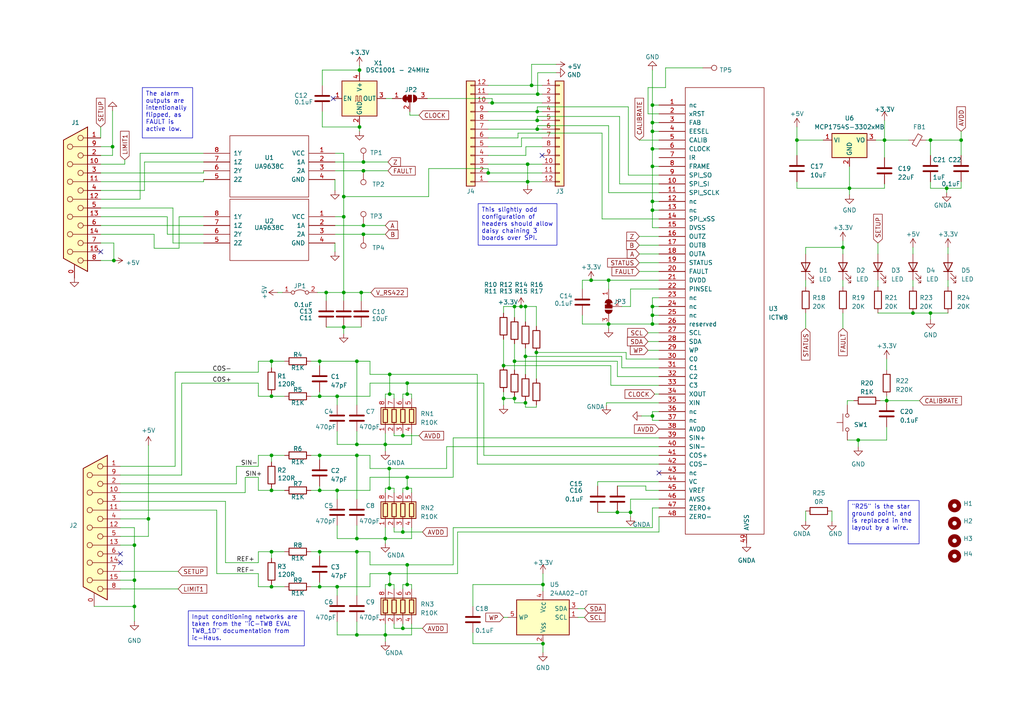
<source format=kicad_sch>
(kicad_sch (version 20230121) (generator eeschema)
  (paper "A4")
  (title_block (title "ic-TW8 Interpolator Breakout") (rev "0") (company "Sorensen Heavy Industries"))
  (junction (at 141.605 50.165))
  (junction (at 94.615 84.836))
  (junction (at 142.748 29.845))
  (junction (at 112.903 141.605))
  (junction (at 105.41 46.99))
  (junction (at 154.178 24.765))
  (junction (at 149.225 104.775))
  (junction (at 104.267 36.83))
  (junction (at 278.765 40.64))
  (junction (at 157.48 169.545))
  (junction (at 151.13 88.9))
  (junction (at 248.92 127.635))
  (junction (at 38.989 168.275))
  (junction (at 189.23 35.56))
  (junction (at 78.74 132.08))
  (junction (at 269.875 40.64))
  (junction (at 118.11 114.3))
  (junction (at 113.03 169.545))
  (junction (at 153.035 47.625))
  (junction (at 116.84 154.305))
  (junction (at 112.903 135.89))
  (junction (at 78.74 160.02))
  (junction (at 105.41 67.945))
  (junction (at 182.88 148.59))
  (junction (at 149.225 88.9))
  (junction (at 155.575 102.235))
  (junction (at 78.74 142.24))
  (junction (at 118.11 163.83))
  (junction (at 264.795 90.805))
  (junction (at 111.76 156.21))
  (junction (at 113.03 166.37))
  (junction (at 104.775 84.836))
  (junction (at 157.48 186.69))
  (junction (at 256.54 40.64))
  (junction (at 155.829 37.465))
  (junction (at 111.76 128.905))
  (junction (at 152.4 103.378))
  (junction (at 231.14 40.64))
  (junction (at 176.53 81.28))
  (junction (at 189.23 48.26))
  (junction (at 146.05 106.045))
  (junction (at 118.11 141.605))
  (junction (at 155.829 34.925))
  (junction (at 92.71 104.775))
  (junction (at 179.07 148.59))
  (junction (at 92.71 170.18))
  (junction (at 149.225 115.57))
  (junction (at 111.76 184.15))
  (junction (at 189.23 30.48))
  (junction (at 155.829 32.385))
  (junction (at 38.989 158.115))
  (junction (at 99.695 94.869))
  (junction (at 103.505 104.775))
  (junction (at 116.84 126.365))
  (junction (at 269.875 90.805))
  (junction (at 104.267 20.32))
  (junction (at 105.41 65.405))
  (junction (at 103.505 156.21))
  (junction (at 246.38 54.61))
  (junction (at 78.74 104.775))
  (junction (at 152.4 116.84))
  (junction (at 99.695 62.865))
  (junction (at 78.74 114.935))
  (junction (at 244.475 71.755))
  (junction (at 92.71 142.24))
  (junction (at 92.71 114.935))
  (junction (at 155.956 27.305))
  (junction (at 189.23 88.9))
  (junction (at 146.05 115.57))
  (junction (at 38.989 175.895))
  (junction (at 78.74 170.18))
  (junction (at 116.84 182.245))
  (junction (at 274.574 54.61))
  (junction (at 103.505 128.905))
  (junction (at 97.79 142.24))
  (junction (at 189.23 91.44))
  (junction (at 257.175 116.205))
  (junction (at 99.695 84.836))
  (junction (at 171.45 81.28))
  (junction (at 189.23 93.98))
  (junction (at 103.505 184.15))
  (junction (at 189.23 120.65))
  (junction (at 32.639 42.545))
  (junction (at 92.71 132.08))
  (junction (at 176.53 93.98))
  (junction (at 118.11 111.125))
  (junction (at 152.4 88.9))
  (junction (at 33.02 75.565))
  (junction (at 189.23 60.96))
  (junction (at 103.505 132.08))
  (junction (at 105.41 49.53))
  (junction (at 43.053 150.495))
  (junction (at 97.79 114.935))
  (junction (at 118.11 169.545))
  (junction (at 99.695 57.023))
  (junction (at 113.03 114.3))
  (junction (at 189.23 58.42))
  (junction (at 189.23 38.1))
  (junction (at 92.71 160.02))
  (junction (at 118.11 138.43))
  (junction (at 153.035 52.705))
  (junction (at 189.23 43.18))
  (junction (at 97.79 170.18))
  (junction (at 103.505 160.02))
  (junction (at 113.03 108.585))
  (no_connect (at 34.925 160.655))
  (no_connect (at 157.226 45.085))
  (no_connect (at 96.647 28.575))
  (no_connect (at 191.135 137.16))
  (no_connect (at 29.21 73.025))
  (no_connect (at 34.925 163.195))
  (wire (pts (xy 111.76 115.57) (xy 111.76 114.3)))
  (wire (pts (xy 104.267 36.83) (xy 104.267 38.1)))
  (wire (pts (xy 78.74 170.18) (xy 74.93 170.18)))
  (wire (pts (xy 97.79 180.34) (xy 97.79 184.15)))
  (wire (pts (xy 78.74 106.68) (xy 78.74 104.775)))
  (wire (pts (xy 116.84 141.605) (xy 118.11 141.605)))
  (wire (pts (xy 152.4 103.378) (xy 180.34 103.378)))
  (wire (pts (xy 78.74 104.775) (xy 82.55 104.775)))
  (wire (pts (xy 92.71 170.18) (xy 97.79 170.18)))
  (wire (pts (xy 191.135 48.26) (xy 189.23 48.26)))
  (wire (pts (xy 187.96 33.02) (xy 191.135 33.02)))
  (wire (pts (xy 114.3 126.365) (xy 114.3 125.73)))
  (wire (pts (xy 137.16 175.895) (xy 137.16 169.545)))
  (wire (pts (xy 50.165 70.485) (xy 59.055 70.485)))
  (wire (pts (xy 78.74 160.02) (xy 74.93 160.02)))
  (wire (pts (xy 274.574 54.61) (xy 269.875 54.61)))
  (wire (pts (xy 34.925 137.795) (xy 52.705 137.795)))
  (wire (pts (xy 74.93 132.08) (xy 74.93 135.255)))
  (wire (pts (xy 99.695 84.836) (xy 99.695 87.249)))
  (wire (pts (xy 182.88 149.86) (xy 182.88 148.59)))
  (wire (pts (xy 48.514 67.945) (xy 48.514 62.865)))
  (wire (pts (xy 103.505 132.08) (xy 107.315 132.08)))
  (wire (pts (xy 34.925 145.415) (xy 65.405 145.415)))
  (wire (pts (xy 99.695 57.023) (xy 99.695 62.865)))
  (wire (pts (xy 29.21 65.405) (xy 59.055 65.405)))
  (wire (pts (xy 92.71 142.24) (xy 92.71 140.97)))
  (wire (pts (xy 149.225 115.57) (xy 149.225 114.935)))
  (wire (pts (xy 154.178 24.765) (xy 157.226 24.765)))
  (wire (pts (xy 182.245 30.988) (xy 155.829 30.988)))
  (wire (pts (xy 92.71 142.24) (xy 97.79 142.24)))
  (wire (pts (xy 152.4 100.965) (xy 152.4 103.378)))
  (wire (pts (xy 149.225 104.775) (xy 149.225 107.315)))
  (wire (pts (xy 107.315 111.125) (xy 118.11 111.125)))
  (wire (pts (xy 175.895 116.84) (xy 175.895 117.602)))
  (wire (pts (xy 90.17 142.24) (xy 92.71 142.24)))
  (wire (pts (xy 92.71 170.18) (xy 92.71 168.91)))
  (wire (pts (xy 155.829 33.782) (xy 155.829 34.925)))
  (wire (pts (xy 123.952 28.575) (xy 142.748 28.575)))
  (wire (pts (xy 78.74 133.985) (xy 78.74 132.08)))
  (wire (pts (xy 244.475 69.85) (xy 244.475 71.755)))
  (wire (pts (xy 29.21 50.165) (xy 59.055 50.165)))
  (wire (pts (xy 44.704 72.009) (xy 44.704 67.945)))
  (wire (pts (xy 179.705 33.782) (xy 155.829 33.782)))
  (wire (pts (xy 122.555 154.305) (xy 116.84 154.305)))
  (wire (pts (xy 155.956 21.082) (xy 161.29 21.082)))
  (wire (pts (xy 116.84 153.035) (xy 116.84 154.305)))
  (wire (pts (xy 118.11 138.43) (xy 118.11 141.605)))
  (wire (pts (xy 157.48 169.545) (xy 157.48 171.45)))
  (wire (pts (xy 173.355 148.59) (xy 179.07 148.59)))
  (wire (pts (xy 112.903 135.89) (xy 129.54 135.89)))
  (wire (pts (xy 155.575 102.235) (xy 155.575 109.855)))
  (wire (pts (xy 111.76 153.035) (xy 111.76 156.21)))
  (wire (pts (xy 118.11 114.3) (xy 119.38 114.3)))
  (wire (pts (xy 33.02 70.485) (xy 33.02 75.565)))
  (wire (pts (xy 254.635 90.805) (xy 264.795 90.805)))
  (wire (pts (xy 107.315 108.585) (xy 113.03 108.585)))
  (wire (pts (xy 189.23 66.04) (xy 189.23 60.96)))
  (wire (pts (xy 111.76 142.875) (xy 111.76 141.605)))
  (wire (pts (xy 247.65 116.205) (xy 245.745 116.205)))
  (wire (pts (xy 157.48 166.37) (xy 157.48 169.545)))
  (wire (pts (xy 78.74 160.02) (xy 82.55 160.02)))
  (wire (pts (xy 97.79 142.24) (xy 107.315 142.24)))
  (wire (pts (xy 40.64 44.45) (xy 59.055 44.45)))
  (wire (pts (xy 155.575 94.615) (xy 155.575 88.9)))
  (wire (pts (xy 141.605 27.305) (xy 155.956 27.305)))
  (wire (pts (xy 111.76 180.975) (xy 111.76 184.15)))
  (wire (pts (xy 103.505 128.905) (xy 111.76 128.905)))
  (wire (pts (xy 191.135 121.92) (xy 189.23 121.92)))
  (wire (pts (xy 149.225 116.84) (xy 149.225 115.57)))
  (wire (pts (xy 65.405 145.415) (xy 65.405 163.195)))
  (wire (pts (xy 189.23 88.9) (xy 191.135 88.9)))
  (wire (pts (xy 114.3 169.545) (xy 114.3 170.815)))
  (wire (pts (xy 103.505 184.15) (xy 111.76 184.15)))
  (wire (pts (xy 131.445 153.035) (xy 189.23 153.035)))
  (wire (pts (xy 103.505 132.08) (xy 103.505 144.78)))
  (wire (pts (xy 29.21 60.325) (xy 50.165 60.325)))
  (wire (pts (xy 177.165 106.045) (xy 177.165 111.76)))
  (wire (pts (xy 191.135 66.04) (xy 189.23 66.04)))
  (wire (pts (xy 189.23 153.035) (xy 189.23 147.32)))
  (wire (pts (xy 118.11 111.125) (xy 140.335 111.125)))
  (wire (pts (xy 191.135 81.28) (xy 176.53 81.28)))
  (wire (pts (xy 257.175 114.935) (xy 257.175 116.205)))
  (wire (pts (xy 203.835 19.685) (xy 193.04 19.685)))
  (wire (pts (xy 269.875 90.805) (xy 274.955 90.805)))
  (wire (pts (xy 34.925 158.115) (xy 38.989 158.115)))
  (wire (pts (xy 132.715 166.37) (xy 132.715 154.305)))
  (wire (pts (xy 124.333 57.023) (xy 124.333 48.895)))
  (wire (pts (xy 191.135 38.1) (xy 189.23 38.1)))
  (wire (pts (xy 191.135 93.98) (xy 189.23 93.98)))
  (wire (pts (xy 153.035 52.705) (xy 153.035 53.721)))
  (wire (pts (xy 155.829 36.449) (xy 155.829 37.465)))
  (wire (pts (xy 29.21 52.705) (xy 59.055 52.705)))
  (wire (pts (xy 141.605 52.705) (xy 153.035 52.705)))
  (wire (pts (xy 105.41 49.53) (xy 112.522 49.53)))
  (wire (pts (xy 97.79 114.935) (xy 97.79 117.475)))
  (wire (pts (xy 29.21 45.085) (xy 32.639 45.085)))
  (wire (pts (xy 179.07 109.22) (xy 191.135 109.22)))
  (wire (pts (xy 152.527 42.545) (xy 157.226 42.545)))
  (wire (pts (xy 141.605 29.845) (xy 142.748 29.845)))
  (wire (pts (xy 27.305 175.895) (xy 38.989 175.895)))
  (wire (pts (xy 278.765 54.61) (xy 274.574 54.61)))
  (wire (pts (xy 92.075 84.836) (xy 94.615 84.836)))
  (wire (pts (xy 48.514 62.865) (xy 29.21 62.865)))
  (wire (pts (xy 78.74 114.3) (xy 78.74 114.935)))
  (wire (pts (xy 94.615 94.869) (xy 99.695 94.869)))
  (wire (pts (xy 104.775 84.836) (xy 107.569 84.836)))
  (wire (pts (xy 99.695 62.865) (xy 97.155 62.865)))
  (wire (pts (xy 113.03 166.37) (xy 132.715 166.37)))
  (wire (pts (xy 107.315 163.83) (xy 118.11 163.83)))
  (wire (pts (xy 38.989 153.035) (xy 38.989 158.115)))
  (wire (pts (xy 93.472 20.32) (xy 104.267 20.32)))
  (wire (pts (xy 38.989 175.895) (xy 38.989 180.213)))
  (wire (pts (xy 176.53 81.28) (xy 176.53 83.82)))
  (wire (pts (xy 155.575 102.235) (xy 181.61 102.235)))
  (wire (pts (xy 182.88 144.78) (xy 182.88 148.59)))
  (wire (pts (xy 269.875 40.64) (xy 278.765 40.64)))
  (wire (pts (xy 97.79 125.095) (xy 97.79 128.905)))
  (wire (pts (xy 38.989 158.115) (xy 38.989 168.275)))
  (wire (pts (xy 189.865 114.3) (xy 191.135 114.3)))
  (wire (pts (xy 103.505 180.34) (xy 103.505 184.15)))
  (wire (pts (xy 118.872 33.401) (xy 121.539 33.401)))
  (wire (pts (xy 92.71 132.08) (xy 92.71 133.35)))
  (wire (pts (xy 118.11 169.545) (xy 119.38 169.545)))
  (wire (pts (xy 189.23 38.1) (xy 189.23 35.56)))
  (wire (pts (xy 132.715 154.305) (xy 191.135 154.305)))
  (wire (pts (xy 254 40.64) (xy 256.54 40.64)))
  (wire (pts (xy 149.225 104.775) (xy 179.07 104.775)))
  (wire (pts (xy 90.17 170.18) (xy 92.71 170.18)))
  (wire (pts (xy 119.38 169.545) (xy 119.38 170.815)))
  (wire (pts (xy 90.17 114.935) (xy 92.71 114.935)))
  (wire (pts (xy 245.745 116.205) (xy 245.745 117.475)))
  (wire (pts (xy 59.055 52.705) (xy 59.055 52.07)))
  (wire (pts (xy 112.903 135.89) (xy 112.903 141.605)))
  (wire (pts (xy 74.93 104.775) (xy 74.93 107.95)))
  (wire (pts (xy 78.74 114.935) (xy 74.93 114.935)))
  (wire (pts (xy 93.472 24.765) (xy 93.472 20.32)))
  (wire (pts (xy 129.54 135.89) (xy 129.54 129.54)))
  (wire (pts (xy 149.225 99.695) (xy 149.225 104.775)))
  (wire (pts (xy 103.505 160.02) (xy 107.315 160.02)))
  (wire (pts (xy 103.505 152.4) (xy 103.505 156.21)))
  (wire (pts (xy 187.325 140.97) (xy 179.07 140.97)))
  (wire (pts (xy 114.3 154.305) (xy 114.3 153.035)))
  (wire (pts (xy 231.14 45.085) (xy 231.14 40.64)))
  (wire (pts (xy 92.71 104.775) (xy 92.71 106.045)))
  (wire (pts (xy 157.48 186.69) (xy 137.16 186.69)))
  (wire (pts (xy 245.745 127.635) (xy 248.92 127.635)))
  (wire (pts (xy 189.23 43.18) (xy 189.23 38.1)))
  (wire (pts (xy 99.695 44.45) (xy 97.155 44.45)))
  (wire (pts (xy 189.23 91.44) (xy 191.135 91.44)))
  (wire (pts (xy 105.41 65.405) (xy 111.76 65.405)))
  (wire (pts (xy 142.748 28.575) (xy 142.748 29.845)))
  (wire (pts (xy 116.84 170.815) (xy 116.84 169.545)))
  (wire (pts (xy 80.518 84.836) (xy 81.915 84.836)))
  (wire (pts (xy 116.84 154.305) (xy 114.3 154.305)))
  (wire (pts (xy 74.93 170.18) (xy 74.93 166.37)))
  (wire (pts (xy 78.74 169.545) (xy 78.74 170.18)))
  (wire (pts (xy 182.88 88.9) (xy 182.88 83.82)))
  (wire (pts (xy 131.445 127) (xy 191.135 127)))
  (wire (pts (xy 97.79 156.21) (xy 103.505 156.21)))
  (wire (pts (xy 104.775 84.836) (xy 104.775 87.249)))
  (wire (pts (xy 118.11 163.83) (xy 118.11 169.545)))
  (wire (pts (xy 151.257 42.545) (xy 151.257 40.005)))
  (wire (pts (xy 32.639 45.085) (xy 32.639 42.545)))
  (wire (pts (xy 254.635 70.485) (xy 254.635 73.66)))
  (wire (pts (xy 167.64 179.07) (xy 169.545 179.07)))
  (wire (pts (xy 34.925 150.495) (xy 43.053 150.495)))
  (wire (pts (xy 34.925 142.875) (xy 71.12 142.875)))
  (wire (pts (xy 97.79 170.18) (xy 97.79 172.72)))
  (wire (pts (xy 153.035 52.705) (xy 157.226 52.705)))
  (wire (pts (xy 233.68 148.209) (xy 233.68 151.13)))
  (wire (pts (xy 168.91 93.98) (xy 176.53 93.98)))
  (wire (pts (xy 174.625 63.5) (xy 191.135 63.5)))
  (wire (pts (xy 191.135 60.96) (xy 189.23 60.96)))
  (wire (pts (xy 107.315 170.18) (xy 107.315 166.37)))
  (wire (pts (xy 189.23 58.42) (xy 191.135 58.42)))
  (wire (pts (xy 176.53 93.98) (xy 176.53 95.25)))
  (wire (pts (xy 112.903 141.605) (xy 114.3 141.605)))
  (wire (pts (xy 142.748 29.845) (xy 157.226 29.845)))
  (wire (pts (xy 43.053 129.159) (xy 43.053 150.495)))
  (wire (pts (xy 50.8 107.95) (xy 50.8 135.255)))
  (wire (pts (xy 99.695 57.023) (xy 124.333 57.023)))
  (wire (pts (xy 154.178 18.669) (xy 161.29 18.669)))
  (wire (pts (xy 97.79 128.905) (xy 103.505 128.905)))
  (wire (pts (xy 141.605 32.385) (xy 155.829 32.385)))
  (wire (pts (xy 274.955 81.28) (xy 274.955 83.185)))
  (wire (pts (xy 116.84 180.975) (xy 116.84 182.245)))
  (wire (pts (xy 153.035 47.625) (xy 157.226 47.625)))
  (wire (pts (xy 176.53 36.449) (xy 176.53 55.88)))
  (wire (pts (xy 187.96 25.4) (xy 187.96 33.02)))
  (wire (pts (xy 187.96 101.6) (xy 191.135 101.6)))
  (wire (pts (xy 149.225 115.57) (xy 146.05 115.57)))
  (wire (pts (xy 233.68 90.805) (xy 233.68 95.25)))
  (wire (pts (xy 34.925 165.735) (xy 51.689 165.735)))
  (wire (pts (xy 111.76 184.15) (xy 111.76 186.055)))
  (wire (pts (xy 154.178 24.765) (xy 154.178 18.669)))
  (wire (pts (xy 74.93 160.02) (xy 74.93 163.195)))
  (wire (pts (xy 246.38 54.61) (xy 246.38 56.515)))
  (wire (pts (xy 268.605 40.64) (xy 269.875 40.64)))
  (wire (pts (xy 41.91 46.99) (xy 41.91 55.245)))
  (wire (pts (xy 103.505 104.775) (xy 107.315 104.775)))
  (wire (pts (xy 152.4 118.11) (xy 152.4 116.84)))
  (wire (pts (xy 274.955 71.755) (xy 274.955 73.66)))
  (wire (pts (xy 71.12 142.875) (xy 71.12 138.43)))
  (wire (pts (xy 152.4 103.378) (xy 152.4 108.585)))
  (wire (pts (xy 119.38 184.15) (xy 119.38 180.975)))
  (wire (pts (xy 185.42 78.74) (xy 191.135 78.74)))
  (wire (pts (xy 191.135 142.24) (xy 187.325 142.24)))
  (wire (pts (xy 92.71 114.935) (xy 92.71 113.665)))
  (wire (pts (xy 113.03 166.37) (xy 113.03 169.545)))
  (wire (pts (xy 256.54 40.64) (xy 263.525 40.64)))
  (wire (pts (xy 189.23 88.9) (xy 189.23 86.36)))
  (wire (pts (xy 97.155 65.405) (xy 105.41 65.405)))
  (wire (pts (xy 78.74 132.08) (xy 82.55 132.08)))
  (wire (pts (xy 141.605 50.165) (xy 141.605 48.895)))
  (wire (pts (xy 185.42 40.64) (xy 191.135 40.64)))
  (wire (pts (xy 264.795 71.755) (xy 264.795 73.66)))
  (wire (pts (xy 257.175 104.14) (xy 257.175 107.315)))
  (wire (pts (xy 116.84 126.365) (xy 114.3 126.365)))
  (wire (pts (xy 191.135 43.18) (xy 189.23 43.18)))
  (wire (pts (xy 254.635 81.28) (xy 254.635 83.185)))
  (wire (pts (xy 52.705 111.125) (xy 74.93 111.125)))
  (wire (pts (xy 129.54 129.54) (xy 191.135 129.54)))
  (wire (pts (xy 191.135 139.7) (xy 173.355 139.7)))
  (wire (pts (xy 231.14 40.64) (xy 238.76 40.64)))
  (wire (pts (xy 155.956 27.305) (xy 155.956 21.082)))
  (wire (pts (xy 92.71 132.08) (xy 103.505 132.08)))
  (wire (pts (xy 50.8 107.95) (xy 74.93 107.95)))
  (wire (pts (xy 104.267 19.05) (xy 104.267 20.32)))
  (wire (pts (xy 59.055 62.865) (xy 51.943 62.865)))
  (wire (pts (xy 179.705 33.782) (xy 179.705 53.34)))
  (wire (pts (xy 113.03 169.545) (xy 114.3 169.545)))
  (wire (pts (xy 189.23 58.42) (xy 189.23 48.26)))
  (wire (pts (xy 193.04 19.685) (xy 193.04 25.4)))
  (wire (pts (xy 155.829 34.925) (xy 157.226 34.925)))
  (wire (pts (xy 256.54 54.61) (xy 256.54 53.34)))
  (wire (pts (xy 141.605 24.765) (xy 154.178 24.765)))
  (wire (pts (xy 111.76 169.545) (xy 113.03 169.545)))
  (wire (pts (xy 233.68 71.755) (xy 244.475 71.755)))
  (wire (pts (xy 74.93 114.935) (xy 74.93 111.125)))
  (wire (pts (xy 182.88 148.59) (xy 179.07 148.59)))
  (wire (pts (xy 104.267 20.32) (xy 104.267 20.955)))
  (wire (pts (xy 152.4 116.84) (xy 149.225 116.84)))
  (wire (pts (xy 119.38 141.605) (xy 119.38 142.875)))
  (wire (pts (xy 274.574 54.61) (xy 274.574 55.88)))
  (wire (pts (xy 107.315 142.24) (xy 107.315 138.43)))
  (wire (pts (xy 93.472 32.385) (xy 93.472 36.83)))
  (wire (pts (xy 68.58 135.255) (xy 74.93 135.255)))
  (wire (pts (xy 105.41 46.99) (xy 112.522 46.99)))
  (wire (pts (xy 97.155 46.99) (xy 105.41 46.99)))
  (wire (pts (xy 177.165 111.76) (xy 191.135 111.76)))
  (wire (pts (xy 189.23 60.96) (xy 189.23 58.42)))
  (wire (pts (xy 187.96 99.06) (xy 191.135 99.06)))
  (wire (pts (xy 99.695 84.836) (xy 104.775 84.836)))
  (wire (pts (xy 185.42 76.2) (xy 191.135 76.2)))
  (wire (pts (xy 189.23 91.44) (xy 189.23 88.9)))
  (wire (pts (xy 34.925 168.275) (xy 38.989 168.275)))
  (wire (pts (xy 173.355 139.7) (xy 173.355 140.97)))
  (wire (pts (xy 189.23 147.32) (xy 191.135 147.32)))
  (wire (pts (xy 111.76 156.21) (xy 119.38 156.21)))
  (wire (pts (xy 149.225 88.9) (xy 149.225 92.075)))
  (wire (pts (xy 137.16 169.545) (xy 157.48 169.545)))
  (wire (pts (xy 155.956 27.305) (xy 157.226 27.305)))
  (wire (pts (xy 78.74 142.24) (xy 82.55 142.24)))
  (wire (pts (xy 150.241 40.005) (xy 150.241 38.608)))
  (wire (pts (xy 168.91 81.28) (xy 168.91 83.82)))
  (wire (pts (xy 152.4 116.84) (xy 152.4 116.205)))
  (wire (pts (xy 141.605 50.165) (xy 157.226 50.165)))
  (wire (pts (xy 131.445 163.83) (xy 131.445 153.035)))
  (wire (pts (xy 186.055 120.65) (xy 189.23 120.65)))
  (wire (pts (xy 116.84 114.3) (xy 118.11 114.3)))
  (wire (pts (xy 118.11 111.125) (xy 118.11 114.3)))
  (wire (pts (xy 255.27 116.205) (xy 257.175 116.205)))
  (wire (pts (xy 150.241 38.608) (xy 174.625 38.608)))
  (wire (pts (xy 93.472 36.83) (xy 104.267 36.83)))
  (wire (pts (xy 99.695 94.869) (xy 99.695 96.774)))
  (wire (pts (xy 97.155 70.485) (xy 97.155 73.025)))
  (wire (pts (xy 171.45 81.28) (xy 168.91 81.28)))
  (wire (pts (xy 111.887 28.575) (xy 113.792 28.575)))
  (wire (pts (xy 122.555 182.245) (xy 116.84 182.245)))
  (wire (pts (xy 103.505 125.095) (xy 103.505 128.905)))
  (wire (pts (xy 51.943 72.009) (xy 44.704 72.009)))
  (wire (pts (xy 33.02 75.565) (xy 29.21 75.565)))
  (wire (pts (xy 175.895 116.84) (xy 191.135 116.84)))
  (wire (pts (xy 111.76 141.605) (xy 112.903 141.605)))
  (wire (pts (xy 248.92 127.635) (xy 257.175 127.635)))
  (wire (pts (xy 155.575 88.9) (xy 152.4 88.9)))
  (wire (pts (xy 111.76 128.905) (xy 111.76 130.81)))
  (wire (pts (xy 92.71 114.935) (xy 97.79 114.935)))
  (wire (pts (xy 90.17 132.08) (xy 92.71 132.08)))
  (wire (pts (xy 256.54 34.925) (xy 256.54 40.64)))
  (wire (pts (xy 29.21 36.83) (xy 29.21 40.005)))
  (wire (pts (xy 257.175 116.205) (xy 266.7 116.205)))
  (wire (pts (xy 119.38 125.73) (xy 119.38 128.905)))
  (wire (pts (xy 244.475 81.28) (xy 244.475 83.185)))
  (wire (pts (xy 269.875 52.705) (xy 269.875 54.61)))
  (wire (pts (xy 246.38 48.26) (xy 246.38 54.61)))
  (wire (pts (xy 90.17 160.02) (xy 92.71 160.02)))
  (wire (pts (xy 119.38 128.905) (xy 111.76 128.905)))
  (wire (pts (xy 146.05 179.07) (xy 147.32 179.07)))
  (wire (pts (xy 264.795 90.805) (xy 269.875 90.805)))
  (wire (pts (xy 131.445 138.43) (xy 131.445 127)))
  (wire (pts (xy 231.14 52.705) (xy 231.14 54.61)))
  (wire (pts (xy 44.704 67.945) (xy 29.21 67.945)))
  (wire (pts (xy 176.53 36.449) (xy 155.829 36.449)))
  (wire (pts (xy 62.865 166.37) (xy 74.93 166.37)))
  (wire (pts (xy 36.195 47.625) (xy 36.195 46.355)))
  (wire (pts (xy 152.527 45.085) (xy 152.527 42.545)))
  (wire (pts (xy 146.05 98.425) (xy 146.05 106.045)))
  (wire (pts (xy 97.155 67.945) (xy 105.41 67.945)))
  (wire (pts (xy 52.705 111.125) (xy 52.705 137.795)))
  (wire (pts (xy 179.07 104.775) (xy 179.07 109.22)))
  (wire (pts (xy 179.705 53.34) (xy 191.135 53.34)))
  (wire (pts (xy 43.053 150.495) (xy 43.053 155.575)))
  (wire (pts (xy 141.605 45.085) (xy 152.527 45.085)))
  (wire (pts (xy 90.17 104.775) (xy 92.71 104.775)))
  (wire (pts (xy 116.84 182.245) (xy 114.3 182.245)))
  (wire (pts (xy 118.11 163.83) (xy 131.445 163.83)))
  (wire (pts (xy 191.135 154.305) (xy 191.135 149.86)))
  (wire (pts (xy 171.45 81.28) (xy 176.53 81.28)))
  (wire (pts (xy 146.05 115.57) (xy 146.05 113.665)))
  (wire (pts (xy 191.135 144.78) (xy 182.88 144.78)))
  (wire (pts (xy 40.64 57.785) (xy 29.21 57.785)))
  (wire (pts (xy 189.23 120.65) (xy 189.23 119.38)))
  (wire (pts (xy 146.05 88.9) (xy 149.225 88.9)))
  (wire (pts (xy 138.43 108.585) (xy 138.43 134.62)))
  (wire (pts (xy 141.605 47.625) (xy 153.035 47.625)))
  (wire (pts (xy 269.875 90.805) (xy 269.875 92.71)))
  (wire (pts (xy 146.05 115.57) (xy 146.05 117.475)))
  (wire (pts (xy 153.035 47.625) (xy 153.035 52.705)))
  (wire (pts (xy 97.79 142.24) (xy 97.79 144.78)))
  (wire (pts (xy 140.335 111.125) (xy 140.335 132.08)))
  (wire (pts (xy 182.245 50.8) (xy 191.135 50.8)))
  (wire (pts (xy 34.925 147.955) (xy 62.865 147.955)))
  (wire (pts (xy 140.335 132.08) (xy 191.135 132.08)))
  (wire (pts (xy 176.53 55.88) (xy 191.135 55.88)))
  (wire (pts (xy 176.53 93.98) (xy 189.23 93.98)))
  (wire (pts (xy 141.605 48.895) (xy 124.333 48.895)))
  (wire (pts (xy 107.315 166.37) (xy 113.03 166.37)))
  (wire (pts (xy 107.315 132.08) (xy 107.315 135.89)))
  (wire (pts (xy 92.71 160.02) (xy 92.71 161.29)))
  (wire (pts (xy 269.875 40.64) (xy 269.875 45.085)))
  (wire (pts (xy 141.605 40.005) (xy 150.241 40.005)))
  (wire (pts (xy 264.795 81.28) (xy 264.795 83.185)))
  (wire (pts (xy 29.21 55.245) (xy 41.91 55.245)))
  (wire (pts (xy 114.3 182.245) (xy 114.3 180.975)))
  (wire (pts (xy 78.74 104.775) (xy 74.93 104.775)))
  (wire (pts (xy 92.71 104.775) (xy 103.505 104.775)))
  (wire (pts (xy 94.615 84.836) (xy 94.615 87.249)))
  (wire (pts (xy 185.42 73.66) (xy 191.135 73.66)))
  (wire (pts (xy 114.3 141.605) (xy 114.3 142.875)))
  (wire (pts (xy 278.765 40.64) (xy 278.765 45.085)))
  (wire (pts (xy 278.765 52.705) (xy 278.765 54.61)))
  (wire (pts (xy 174.625 38.608) (xy 174.625 63.5)))
  (wire (pts (xy 97.79 170.18) (xy 107.315 170.18)))
  (wire (pts (xy 231.14 54.61) (xy 246.38 54.61)))
  (wire (pts (xy 246.38 54.61) (xy 256.54 54.61)))
  (wire (pts (xy 107.315 104.775) (xy 107.315 108.585)))
  (wire (pts (xy 99.695 44.45) (xy 99.695 57.023)))
  (wire (pts (xy 104.267 36.195) (xy 104.267 36.83)))
  (wire (pts (xy 182.245 30.988) (xy 182.245 50.8)))
  (wire (pts (xy 141.605 37.465) (xy 155.829 37.465)))
  (wire (pts (xy 111.76 114.3) (xy 113.03 114.3)))
  (wire (pts (xy 189.23 119.38) (xy 191.135 119.38)))
  (wire (pts (xy 244.475 71.755) (xy 244.475 73.66)))
  (wire (pts (xy 182.88 83.82) (xy 191.135 83.82)))
  (wire (pts (xy 231.14 36.83) (xy 231.14 40.64)))
  (wire (pts (xy 118.872 32.385) (xy 118.872 33.401)))
  (wire (pts (xy 118.11 141.605) (xy 119.38 141.605)))
  (wire (pts (xy 116.84 142.875) (xy 116.84 141.605)))
  (wire (pts (xy 68.58 140.335) (xy 68.58 135.255)))
  (wire (pts (xy 62.865 147.955) (xy 62.865 166.37)))
  (wire (pts (xy 97.79 114.935) (xy 107.315 114.935)))
  (wire (pts (xy 59.055 50.165) (xy 59.055 49.53)))
  (wire (pts (xy 111.76 125.73) (xy 111.76 128.905)))
  (wire (pts (xy 78.74 142.24) (xy 74.93 142.24)))
  (wire (pts (xy 189.23 48.26) (xy 189.23 43.18)))
  (wire (pts (xy 103.505 104.775) (xy 103.505 117.475)))
  (wire (pts (xy 248.92 127.635) (xy 248.92 129.54)))
  (wire (pts (xy 103.505 156.21) (xy 111.76 156.21)))
  (wire (pts (xy 48.514 67.945) (xy 59.055 67.945)))
  (wire (pts (xy 181.61 102.235) (xy 181.61 104.14)))
  (wire (pts (xy 187.96 96.52) (xy 191.135 96.52)))
  (wire (pts (xy 146.05 106.045) (xy 177.165 106.045)))
  (wire (pts (xy 29.21 47.625) (xy 36.195 47.625)))
  (wire (pts (xy 40.64 44.45) (xy 40.64 57.785)))
  (wire (pts (xy 74.93 142.24) (xy 74.93 138.43)))
  (wire (pts (xy 94.615 84.836) (xy 99.695 84.836)))
  (wire (pts (xy 189.23 121.92) (xy 189.23 120.65)))
  (wire (pts (xy 34.925 135.255) (xy 50.8 135.255)))
  (wire (pts (xy 71.12 138.43) (xy 74.93 138.43)))
  (wire (pts (xy 155.829 30.988) (xy 155.829 32.385)))
  (wire (pts (xy 34.925 140.335) (xy 68.58 140.335)))
  (wire (pts (xy 113.03 108.585) (xy 113.03 114.3)))
  (wire (pts (xy 121.539 126.365) (xy 116.84 126.365)))
  (wire (pts (xy 244.475 90.805) (xy 244.475 95.25)))
  (wire (pts (xy 111.76 156.21) (xy 111.76 157.607)))
  (wire (pts (xy 29.21 70.485) (xy 33.02 70.485)))
  (wire (pts (xy 111.76 170.815) (xy 111.76 169.545)))
  (wire (pts (xy 180.34 88.9) (xy 182.88 88.9)))
  (wire (pts (xy 155.829 32.385) (xy 157.226 32.385)))
  (wire (pts (xy 97.155 49.53) (xy 105.41 49.53)))
  (wire (pts (xy 189.23 35.56) (xy 189.23 30.48)))
  (wire (pts (xy 119.38 114.3) (xy 119.38 115.57)))
  (wire (pts (xy 187.325 142.24) (xy 187.325 140.97)))
  (wire (pts (xy 180.34 103.378) (xy 180.34 106.68)))
  (wire (pts (xy 32.639 42.545) (xy 29.21 42.545)))
  (wire (pts (xy 141.605 34.925) (xy 155.829 34.925)))
  (wire (pts (xy 107.315 138.43) (xy 118.11 138.43)))
  (wire (pts (xy 114.3 114.3) (xy 114.3 115.57)))
  (wire (pts (xy 146.05 90.805) (xy 146.05 88.9)))
  (wire (pts (xy 111.76 184.15) (xy 119.38 184.15)))
  (wire (pts (xy 155.575 118.11) (xy 152.4 118.11)))
  (wire (pts (xy 50.165 60.325) (xy 50.165 70.485)))
  (wire (pts (xy 241.3 148.209) (xy 241.3 151.257)))
  (wire (pts (xy 38.989 168.275) (xy 38.989 175.895)))
  (wire (pts (xy 105.41 67.945) (xy 111.76 67.945)))
  (wire (pts (xy 78.74 141.605) (xy 78.74 142.24)))
  (wire (pts (xy 51.943 62.865) (xy 51.943 72.009)))
  (wire (pts (xy 141.605 42.545) (xy 151.257 42.545)))
  (wire (pts (xy 189.23 30.48) (xy 189.23 20.32)))
  (wire (pts (xy 116.84 169.545) (xy 118.11 169.545)))
  (wire (pts (xy 119.38 156.21) (xy 119.38 153.035)))
  (wire (pts (xy 78.74 170.18) (xy 82.55 170.18)))
  (wire (pts (xy 185.42 71.12) (xy 191.135 71.12)))
  (wire (pts (xy 256.54 40.64) (xy 256.54 45.72)))
  (wire (pts (xy 65.405 163.195) (xy 74.93 163.195)))
  (wire (pts (xy 113.03 108.585) (xy 138.43 108.585)))
  (wire (pts (xy 233.68 73.66) (xy 233.68 71.755)))
  (wire (pts (xy 191.135 35.56) (xy 189.23 35.56)))
  (wire (pts (xy 97.79 152.4) (xy 97.79 156.21)))
  (wire (pts (xy 103.505 160.02) (xy 103.505 172.72)))
  (wire (pts (xy 191.135 30.48) (xy 189.23 30.48)))
  (wire (pts (xy 99.695 62.865) (xy 99.695 84.836)))
  (wire (pts (xy 32.639 42.545) (xy 32.639 32.131)))
  (wire (pts (xy 151.257 40.005) (xy 157.226 40.005)))
  (wire (pts (xy 97.79 184.15) (xy 103.505 184.15)))
  (wire (pts (xy 180.34 106.68) (xy 191.135 106.68)))
  (wire (pts (xy 278.765 40.64) (xy 278.765 38.1)))
  (wire (pts (xy 43.053 155.575) (xy 34.925 155.575)))
  (wire (pts (xy 113.03 114.3) (xy 114.3 114.3)))
  (wire (pts (xy 116.84 115.57) (xy 116.84 114.3)))
  (wire (pts (xy 152.4 93.345) (xy 152.4 88.9)))
  (wire (pts (xy 257.175 127.635) (xy 257.175 123.825)))
  (wire (pts (xy 99.695 94.869) (xy 104.775 94.869)))
  (wire (pts (xy 41.91 46.99) (xy 59.055 46.99)))
  (wire (pts (xy 181.61 104.14) (xy 191.135 104.14)))
  (wire (pts (xy 137.16 186.69) (xy 137.16 183.515)))
  (wire (pts (xy 118.11 138.43) (xy 131.445 138.43)))
  (wire (pts (xy 116.84 126.365) (xy 116.84 125.73)))
  (wire (pts (xy 193.04 25.4) (xy 187.96 25.4)))
  (wire (pts (xy 167.64 176.53) (xy 169.545 176.53)))
  (wire (pts (xy 34.925 153.035) (xy 38.989 153.035)))
  (wire (pts (xy 152.4 88.9) (xy 151.13 88.9)))
  (wire (pts (xy 189.23 93.98) (xy 189.23 91.44)))
  (wire (pts (xy 155.829 37.465) (xy 157.226 37.465)))
  (wire (pts (xy 189.23 86.36) (xy 191.135 86.36)))
  (wire (pts (xy 107.315 160.02) (xy 107.315 163.83)))
  (wire (pts (xy 138.43 134.62) (xy 191.135 134.62)))
  (wire (pts (xy 107.315 135.89) (xy 112.903 135.89)))
  (wire (pts (xy 78.74 161.925) (xy 78.74 160.02)))
  (wire (pts (xy 168.91 91.44) (xy 168.91 93.98)))
  (wire (pts (xy 185.42 68.58) (xy 191.135 68.58)))
  (wire (pts (xy 92.71 160.02) (xy 103.505 160.02)))
  (wire (pts (xy 78.74 114.935) (xy 82.55 114.935)))
  (wire (pts (xy 233.68 81.28) (xy 233.68 83.185)))
  (wire (pts (xy 149.225 88.9) (xy 151.13 88.9)))
  (wire (pts (xy 97.155 52.07) (xy 97.155 55.245)))
  (wire (pts (xy 155.575 117.475) (xy 155.575 118.11)))
  (wire (pts (xy 107.315 114.935) (xy 107.315 111.125)))
  (wire (pts (xy 157.48 186.69) (xy 157.48 189.23)))
  (wire (pts (xy 78.74 132.08) (xy 74.93 132.08)))
  (wire (pts (xy 34.925 170.815) (xy 51.689 170.815)))
  (text_box "\"R25\" is the star ground point, and is replaced in the layout by a wire." (at 245.999 145.161 0) (size 20.574 12.573) (effects (font (size 1.27 1.27)) (justify left top)))
  (text_box "Input conditioning networks are taken from the \"iC-TW8 EVAL TW8_1D\" documentation from ic-Haus." (at 54.61 177.165 0) (size 33.655 10.16) (effects (font (size 1.27 1.27)) (justify left top)))
  (text_box "This slightly odd configuration of headers should allow daisy chaining 3 boards over SPI." (at 138.684 59.055 0) (size 22.86 12.065) (effects (font (size 1.27 1.27)) (justify left top)))
  (text_box "The alarm outputs are intentionally flipped, as FAULT is active low." (at 41.275 25.4 0) (size 14.605 14.605) (effects (font (size 1.27 1.27)) (justify left top)))
  (label "COS-" (at 61.595 107.95 0))
  (label "REF+" (at 68.58 163.195 0))
  (label "REF-" (at 68.58 166.37 0))
  (label "SIN-" (at 69.85 135.255 0))
  (label "SIN+" (at 71.12 138.43 0))
  (label "COS+" (at 61.595 111.125 0))
  (global_label "SDA" (shape input) (at 187.96 99.06 180) (property "Intersheetrefs" "${INTERSHEET_REFS}" (effects hide)))
  (global_label "STATUS" (shape input) (at 185.42 76.2 180) (property "Intersheetrefs" "${INTERSHEET_REFS}" (effects hide)))
  (global_label "LIMIT1" (shape input) (at 51.689 170.815 0) (property "Intersheetrefs" "${INTERSHEET_REFS}" (effects hide)))
  (global_label "SDA" (shape input) (at 169.545 176.53 0) (property "Intersheetrefs" "${INTERSHEET_REFS}" (effects hide)))
  (global_label "FAULT" (shape input) (at 185.42 78.74 180) (property "Intersheetrefs" "${INTERSHEET_REFS}" (effects hide)))
  (global_label "LIMIT1" (shape input) (at 36.195 46.355 90) (property "Intersheetrefs" "${INTERSHEET_REFS}" (effects hide)))
  (global_label "CLOCK" (shape input) (at 121.539 33.401 0) (property "Intersheetrefs" "${INTERSHEET_REFS}" (effects hide)))
  (global_label "SCL" (shape input) (at 169.545 179.07 0) (property "Intersheetrefs" "${INTERSHEET_REFS}" (effects hide)))
  (global_label "A" (shape input) (at 185.42 73.66 180) (property "Intersheetrefs" "${INTERSHEET_REFS}" (effects hide)))
  (global_label "B" (shape input) (at 185.42 71.12 180) (property "Intersheetrefs" "${INTERSHEET_REFS}" (effects hide)))
  (global_label "SETUP" (shape input) (at 254.635 70.485 90) (property "Intersheetrefs" "${INTERSHEET_REFS}" (effects hide)))
  (global_label "B" (shape input) (at 111.76 67.945 0) (property "Intersheetrefs" "${INTERSHEET_REFS}" (effects hide)))
  (global_label "WP" (shape input) (at 187.96 101.6 180) (property "Intersheetrefs" "${INTERSHEET_REFS}" (effects hide)))
  (global_label "CALIBRATE" (shape input) (at 266.7 116.205 0) (property "Intersheetrefs" "${INTERSHEET_REFS}" (effects hide)))
  (global_label "STATUS" (shape input) (at 233.68 95.25 270) (property "Intersheetrefs" "${INTERSHEET_REFS}" (effects hide)))
  (global_label "AVDD" (shape input) (at 122.555 182.245 0) (property "Intersheetrefs" "${INTERSHEET_REFS}" (effects hide)))
  (global_label "FAULT" (shape input) (at 112.522 49.53 0) (property "Intersheetrefs" "${INTERSHEET_REFS}" (effects hide)))
  (global_label "CALIBRATE" (shape input) (at 185.42 40.64 90) (property "Intersheetrefs" "${INTERSHEET_REFS}" (effects hide)))
  (global_label "WP" (shape input) (at 146.05 179.07 180) (property "Intersheetrefs" "${INTERSHEET_REFS}" (effects hide)))
  (global_label "Z" (shape input) (at 112.522 46.99 0) (property "Intersheetrefs" "${INTERSHEET_REFS}" (effects hide)))
  (global_label "Z" (shape input) (at 185.42 68.58 180) (property "Intersheetrefs" "${INTERSHEET_REFS}" (effects hide)))
  (global_label "AVDD" (shape input) (at 191.135 124.46 180) (property "Intersheetrefs" "${INTERSHEET_REFS}" (effects hide)))
  (global_label "AVDD" (shape input) (at 121.539 126.365 0) (property "Intersheetrefs" "${INTERSHEET_REFS}" (effects hide)))
  (global_label "AVDD" (shape input) (at 278.765 38.1 90) (property "Intersheetrefs" "${INTERSHEET_REFS}" (effects hide)))
  (global_label "FAULT" (shape input) (at 244.475 95.25 270) (property "Intersheetrefs" "${INTERSHEET_REFS}" (effects hide)))
  (global_label "SCL" (shape input) (at 187.96 96.52 180) (property "Intersheetrefs" "${INTERSHEET_REFS}" (effects hide)))
  (global_label "SETUP" (shape input) (at 29.21 36.83 90) (property "Intersheetrefs" "${INTERSHEET_REFS}" (effects hide)))
  (global_label "AVDD" (shape input) (at 122.555 154.305 0) (property "Intersheetrefs" "${INTERSHEET_REFS}" (effects hide)))
  (global_label "CLOCK" (shape input) (at 189.865 114.3 180) (property "Intersheetrefs" "${INTERSHEET_REFS}" (effects hide)))
  (global_label "A" (shape input) (at 111.76 65.405 0) (property "Intersheetrefs" "${INTERSHEET_REFS}" (effects hide)))
  (global_label "SETUP" (shape input) (at 51.689 165.735 0) (property "Intersheetrefs" "${INTERSHEET_REFS}" (effects hide)))
  (global_label "V_RS422" (shape input) (at 107.569 84.836 0) (property "Intersheetrefs" "${INTERSHEET_REFS}" (effects hide)))
  (symbol (lib_id "encoder-interpolator:R") (at 86.36 170.18 90) (unit 1)
    (property "Reference" "R9" (at 86.36 168.275 90))
    (property "Value" "R1K" (at 86.36 172.085 90))
    (property "Footprint" "encoder-interpolator:R_0603_1608Metric" (effects hide))
  )
  (symbol (lib_id "power:GND") (at 104.267 38.1 0) (unit 1)
    (property "Reference" "#PWR014" (effects hide))
    (property "Value" "GND" (effects hide))
  )
  (symbol (lib_id "encoder-interpolator:UA9638C") (at 78.105 66.675 0) (mirror y) (unit 1)
    (property "Reference" "U2" (at 78.105 64.135 0))
    (property "Value" "UA9638C" (at 78.105 66.04 0))
    (property "Footprint" "encoder-interpolator:SOIC-8_3.9x4.9mm_P1.27mm" (effects hide))
    (property "Datasheet" "DOCUMENTATION" (effects hide))
  )
  (symbol (lib_id "power:GND") (at 146.05 117.475 0) (unit 1)
    (property "Reference" "#PWR015" (effects hide))
    (property "Value" "GND" (effects hide))
  )
  (symbol (lib_id "encoder-interpolator:C") (at 168.91 87.63 0) (unit 1)
    (property "Reference" "C14" (at 162.179 85.852 0) (effects (justify left)))
    (property "Value" "0.1uF" (at 160.782 88.011 0) (effects (justify left)))
    (property "Footprint" "encoder-interpolator:C_0603_1608Metric" (effects hide))
  )
  (symbol (lib_id "encoder-interpolator:TestPoint") (at 203.835 19.685 270) (unit 1)
    (property "Reference" "TP5" (at 208.661 20.32 90) (effects (justify left)))
    (property "Value" "TestPoint" (effects hide))
    (property "Footprint" "encoder-interpolator:TestPoint_Pad_D1.0mm" (effects hide))
  )
  (symbol (lib_id "power:GND") (at 241.3 151.257 0) (unit 1)
    (property "Reference" "#PWR040" (effects hide))
    (property "Value" "GND" (at 242.316 154.813 0))
  )
  (symbol (lib_id "encoder-interpolator:LED") (at 233.68 77.47 90) (unit 1)
    (property "Reference" "D1" (at 237.49 78.4225 90) (effects (justify right)))
    (property "Value" "LED" (at 237.49 80.9625 90) (effects (justify right)))
    (property "Footprint" "encoder-interpolator:LED_0603_1608Metric_Pad1.05x0.95mm_HandSolder" (effects hide))
  )
  (symbol (lib_id "encoder-interpolator:ICTW8") (at 210.185 90.17 0) (unit 1)
    (property "Reference" "U3" (at 222.885 89.535 0) (effects (justify left)))
    (property "Value" "ICTW8" (at 222.885 92.075 0) (effects (justify left)))
    (property "Footprint" "encoder-interpolator:QFN-48-1EP_7x7mm_P0.5mm_EP5.45x5.45mm" (effects hide))
    (property "Datasheet" "DOCUMENTATION" (effects hide))
  )
  (symbol (lib_id "encoder-interpolator:C") (at 99.695 91.059 180) (unit 1)
    (property "Reference" "C11" (at 90.678 92.202 0) (effects (justify left)))
    (property "Value" "0.1uF" (effects hide))
    (property "Footprint" "encoder-interpolator:C_0603_1608Metric" (effects hide))
  )
  (symbol (lib_id "encoder-interpolator:C") (at 93.472 28.575 0) (unit 1)
    (property "Reference" "C12" (at 85.344 27.686 0) (effects (justify left)))
    (property "Value" "0.1uF" (at 85.344 29.591 0) (effects (justify left)))
    (property "Footprint" "encoder-interpolator:C_0603_1608Metric" (effects hide))
  )
  (symbol (lib_id "encoder-interpolator:TestPoint") (at 105.41 67.945 180) (unit 1)
    (property "Reference" "TP4" (at 107.95 71.882 0) (effects (justify right)))
    (property "Value" "TestPoint" (effects hide))
    (property "Footprint" "encoder-interpolator:TestPoint_Pad_D1.0mm" (effects hide))
  )
  (symbol (lib_id "encoder-interpolator:Conn_01x12") (at 162.306 37.465 0) (unit 1)
    (property "Reference" "J3" (at 161.163 55.499 0) (effects (justify left)))
    (property "Value" "Conn_01x12" (effects hide))
    (property "Footprint" "encoder-interpolator:PinHeader_1x12_P2.54mm_Horizontal" (effects hide))
  )
  (symbol (lib_id "encoder-interpolator:R") (at 149.225 111.125 0) (unit 1)
    (property "Reference" "R13" (at 144.78 84.455 0) (effects (justify left)))
    (property "Value" "R" (effects hide))
    (property "Footprint" "encoder-interpolator:R_0805_2012Metric" (effects hide))
  )
  (symbol (lib_id "power:+5V") (at 161.29 18.669 270) (unit 1)
    (property "Reference" "#PWR019" (effects hide))
    (property "Value" "+5V" (at 164.465 19.304 90) (effects (justify left)))
  )
  (symbol (lib_id "power:GNDA") (at 182.88 149.86 0) (unit 1)
    (property "Reference" "#PWR09" (effects hide))
    (property "Value" "GNDA" (at 186.055 152.146 0))
  )
  (symbol (lib_id "encoder-interpolator:R") (at 264.795 86.995 0) (unit 1)
    (property "Reference" "R23" (at 266.7 86.36 0) (effects (justify left)))
    (property "Value" "20K" (at 266.7 88.9 0) (effects (justify left)))
    (property "Footprint" "encoder-interpolator:R_0603_1608Metric" (effects hide))
  )
  (symbol (lib_id "encoder-interpolator:C") (at 103.505 176.53 0) (unit 1)
    (property "Reference" "C9" (at 106.045 174.625 0) (effects (justify left)))
    (property "Value" "470pF" (at 104.14 179.07 0) (effects (justify left)))
    (property "Footprint" "encoder-interpolator:C_0603_1608Metric" (effects hide))
  )
  (symbol (lib_id "encoder-interpolator:R") (at 251.46 116.205 90) (unit 1)
    (property "Reference" "R20" (at 251.46 111.125 90))
    (property "Value" "R1K" (at 251.46 113.665 90))
    (property "Footprint" "encoder-interpolator:R_0603_1608Metric" (effects hide))
  )
  (symbol (lib_id "encoder-interpolator:SolderJumper_3_Bridged12") (at 118.872 28.575 0) (unit 1)
    (property "Reference" "JP2" (at 117.348 26.035 0) (effects (justify left)))
    (property "Value" "SolderJumper_3_Bridged12" (effects hide))
    (property "Footprint" "encoder-interpolator:SolderJumper-3_P1.3mm_Bridged12_RoundedPad1.0x1.5mm" (effects hide))
  )
  (symbol (lib_id "encoder-interpolator:XO91") (at 104.267 28.575 0) (unit 1)
    (property "Reference" "X1" (at 109.728 18.288 0))
    (property "Value" "DSC1001 - 24MHz" (at 115.316 20.32 0))
    (property "Footprint" "encoder-interpolator:Oscillator_SMD_EuroQuartz_XO91-4Pin_7.0x5.0mm" (effects hide))
    (property "Datasheet" "http://cdn-reichelt.de/documents/datenblatt/B400/XO91.pdf" (effects hide))
  )
  (symbol (lib_id "encoder-interpolator:Conn_01x12") (at 136.525 40.005 180) (unit 1)
    (property "Reference" "J4" (at 136.525 55.499 0))
    (property "Value" "Conn_01x12" (effects hide))
    (property "Footprint" "encoder-interpolator:PinHeader_1x12_P2.54mm_Horizontal" (effects hide))
  )
  (symbol (lib_id "encoder-interpolator:DA15_Receptacle_MountingHoles") (at 21.59 57.785 0) (mirror y) (unit 1)
    (property "Reference" "J1" (at 21.9075 35.56 0))
    (property "Value" "DA15_Receptacle_MountingHoles" (effects hide))
    (property "Footprint" "encoder-interpolator:DSUB-15_Male_Horizontal_P2.77x2.84mm_EdgePinOffset9.90mm_Housed_MountingHolesOffset11.32mm" (effects hide))
    (property "Datasheet" " ~" (effects hide))
  )
  (symbol (lib_id "encoder-interpolator:LED") (at 254.635 77.47 90) (unit 1)
    (property "Reference" "D3" (at 258.445 78.4225 90) (effects (justify right)))
    (property "Value" "LED" (at 258.445 80.9625 90) (effects (justify right)))
    (property "Footprint" "encoder-interpolator:LED_0603_1608Metric_Pad1.05x0.95mm_HandSolder" (effects hide))
  )
  (symbol (lib_id "power:GNDA") (at 175.895 117.602 0) (unit 1)
    (property "Reference" "#PWR038" (effects hide))
    (property "Value" "GNDA" (at 172.72 117.983 0))
  )
  (symbol (lib_id "power:GND") (at 153.035 53.721 0) (unit 1)
    (property "Reference" "#PWR017" (effects hide))
    (property "Value" "GND" (effects hide))
  )
  (symbol (lib_id "encoder-interpolator:R") (at 155.575 98.425 0) (unit 1)
    (property "Reference" "R16" (at 153.67 82.55 0) (effects (justify left)))
    (property "Value" "10K" (effects hide))
    (property "Footprint" "encoder-interpolator:R_0805_2012Metric" (effects hide))
  )
  (symbol (lib_id "encoder-interpolator:UA9638C") (at 78.105 48.26 0) (mirror y) (unit 1)
    (property "Reference" "U1" (at 78.105 45.72 0))
    (property "Value" "UA9638C" (at 78.105 48.26 0))
    (property "Footprint" "encoder-interpolator:SOIC-8_3.9x4.9mm_P1.27mm" (effects hide))
    (property "Datasheet" "DOCUMENTATION" (effects hide))
  )
  (symbol (lib_id "encoder-interpolator:LED") (at 274.955 77.47 90) (unit 1)
    (property "Reference" "D5" (at 278.765 78.4225 90) (effects (justify right)))
    (property "Value" "LED" (at 278.765 80.9625 90) (effects (justify right)))
    (property "Footprint" "encoder-interpolator:LED_0603_1608Metric_Pad1.05x0.95mm_HandSolder" (effects hide))
  )
  (symbol (lib_id "encoder-interpolator:R") (at 237.49 148.209 90) (unit 1)
    (property "Reference" "R25" (at 237.49 143.002 90))
    (property "Value" "0R" (at 237.49 145.542 90))
    (property "Footprint" "Resistor_SMD:R_0201_0603Metric" (effects hide))
  )
  (symbol (lib_id "power:+3.3V") (at 157.48 166.37 0) (unit 1)
    (property "Reference" "#PWR029" (effects hide))
    (property "Value" "+3.3V" (at 157.48 163.195 0))
  )
  (symbol (lib_id "encoder-interpolator:R") (at 86.36 114.935 90) (unit 1)
    (property "Reference" "R5" (at 86.36 113.03 90))
    (property "Value" "R1K" (at 86.36 116.84 90))
    (property "Footprint" "encoder-interpolator:R_0603_1608Metric" (effects hide))
  )
  (symbol (lib_id "power:GND") (at 248.92 129.54 0) (unit 1)
    (property "Reference" "#PWR028" (effects hide))
    (property "Value" "GND" (at 248.92 134.62 0))
  )
  (symbol (lib_id "power:+5V") (at 33.02 75.565 270) (mirror x) (unit 1)
    (property "Reference" "#PWR03" (effects hide))
    (property "Value" "+5V" (at 36.449 76.2 90) (effects (justify left)))
  )
  (symbol (lib_id "encoder-interpolator:R") (at 146.05 109.855 0) (unit 1)
    (property "Reference" "R11" (at 140.335 84.455 0) (effects (justify left)))
    (property "Value" "R" (effects hide))
    (property "Footprint" "encoder-interpolator:R_0805_2012Metric" (effects hide))
  )
  (symbol (lib_id "encoder-interpolator:R") (at 152.4 112.395 0) (unit 1)
    (property "Reference" "R15" (at 149.225 84.455 0) (effects (justify left)))
    (property "Value" "R" (effects hide))
    (property "Footprint" "encoder-interpolator:R_0805_2012Metric" (effects hide))
  )
  (symbol (lib_id "encoder-interpolator:LED") (at 244.475 77.47 90) (unit 1)
    (property "Reference" "D2" (at 248.285 78.4225 90) (effects (justify right)))
    (property "Value" "LED" (at 248.285 80.9625 90) (effects (justify right)))
    (property "Footprint" "encoder-interpolator:LED_0603_1608Metric_Pad1.05x0.95mm_HandSolder" (effects hide))
  )
  (symbol (lib_id "power:+3.3V") (at 256.54 34.925 0) (unit 1)
    (property "Reference" "#PWR031" (effects hide))
    (property "Value" "+3.3V" (at 256.54 31.75 0))
  )
  (symbol (lib_id "power:GND") (at 161.29 21.082 90) (unit 1)
    (property "Reference" "#PWR018" (effects hide))
    (property "Value" "GND" (at 164.465 21.717 90) (effects (justify right)))
  )
  (symbol (lib_id "encoder-interpolator:R") (at 254.635 86.995 0) (unit 1)
    (property "Reference" "R21" (at 256.54 86.36 0) (effects (justify left)))
    (property "Value" "20K" (at 256.54 88.9 0) (effects (justify left)))
    (property "Footprint" "encoder-interpolator:R_0603_1608Metric" (effects hide))
  )
  (symbol (lib_id "encoder-interpolator:MountingHole") (at 276.86 151.765 0) (unit 1)
    (property "Reference" "H2" (at 279.4 151.13 0) (effects (justify left)))
    (property "Value" "MountingHole" (effects hide))
    (property "Footprint" "encoder-interpolator:MountingHole_3.2mm_M3" (effects hide))
  )
  (symbol (lib_id "encoder-interpolator:R") (at 257.175 111.125 0) (unit 1)
    (property "Reference" "R22" (at 259.715 110.49 0) (effects (justify left)))
    (property "Value" "R20K" (at 259.715 113.03 0) (effects (justify left)))
    (property "Footprint" "encoder-interpolator:R_0603_1608Metric" (effects hide))
  )
  (symbol (lib_id "encoder-interpolator:R_Pack04") (at 116.84 147.955 0) (unit 1)
    (property "Reference" "RN2" (at 121.92 147.32 0) (effects (justify left)))
    (property "Value" "R10K" (at 121.92 149.86 0) (effects (justify left)))
    (property "Footprint" "encoder-interpolator:R_Array_Convex_4x0603" (effects hide))
  )
  (symbol (lib_id "encoder-interpolator:FerriteBead_Small") (at 266.065 40.64 90) (unit 1)
    (property "Reference" "FB1" (at 266.7 36.83 90))
    (property "Value" "FerriteBead_Small" (effects hide))
    (property "Footprint" "encoder-interpolator:R_0805_2012Metric" (effects hide))
  )
  (symbol (lib_id "encoder-interpolator:R") (at 86.36 160.02 90) (unit 1)
    (property "Reference" "R8" (at 86.36 158.115 90))
    (property "Value" "R1K" (at 86.36 161.925 90))
    (property "Footprint" "encoder-interpolator:R_0603_1608Metric" (effects hide))
  )
  (symbol (lib_id "encoder-interpolator:R") (at 244.475 86.995 0) (unit 1)
    (property "Reference" "R19" (at 247.015 86.36 0) (effects (justify left)))
    (property "Value" "20K" (at 247.015 88.9 0) (effects (justify left)))
    (property "Footprint" "encoder-interpolator:R_0603_1608Metric" (effects hide))
  )
  (symbol (lib_id "encoder-interpolator:C") (at 179.07 144.78 0) (unit 1)
    (property "Reference" "C16" (at 165.1 142.24 0) (effects (justify left)))
    (property "Value" "0.1uF" (effects hide))
    (property "Footprint" "encoder-interpolator:C_0603_1608Metric" (effects hide))
  )
  (symbol (lib_id "encoder-interpolator:C") (at 256.54 49.53 0) (unit 1)
    (property "Reference" "C19" (at 260.35 48.895 0) (effects (justify left)))
    (property "Value" "22uF" (at 260.35 51.435 0) (effects (justify left)))
    (property "Footprint" "encoder-interpolator:C_1206_3216Metric" (effects hide))
  )
  (symbol (lib_id "encoder-interpolator:R_Pack04") (at 116.84 120.65 0) (unit 1)
    (property "Reference" "RN1" (at 121.92 120.015 0) (effects (justify left)))
    (property "Value" "R10K" (at 121.92 122.555 0) (effects (justify left)))
    (property "Footprint" "encoder-interpolator:R_Array_Convex_4x0603" (effects hide))
  )
  (symbol (lib_id "encoder-interpolator:C") (at 103.505 148.59 0) (unit 1)
    (property "Reference" "C8" (at 106.045 146.685 0) (effects (justify left)))
    (property "Value" "470pF" (at 104.14 151.13 0) (effects (justify left)))
    (property "Footprint" "encoder-interpolator:C_0603_1608Metric" (effects hide))
  )
  (symbol (lib_id "encoder-interpolator:LED") (at 264.795 77.47 90) (unit 1)
    (property "Reference" "D4" (at 268.605 78.4225 90) (effects (justify right)))
    (property "Value" "LED" (at 268.605 80.9625 90) (effects (justify right)))
    (property "Footprint" "encoder-interpolator:LED_0603_1608Metric_Pad1.05x0.95mm_HandSolder" (effects hide))
  )
  (symbol (lib_id "encoder-interpolator:R") (at 86.36 132.08 90) (unit 1)
    (property "Reference" "R6" (at 86.36 130.175 90))
    (property "Value" "R1K" (at 86.36 133.985 90))
    (property "Footprint" "encoder-interpolator:R_0603_1608Metric" (effects hide))
  )
  (symbol (lib_id "power:+3.3V") (at 151.13 88.9 0) (unit 1)
    (property "Reference" "#PWR016" (effects hide))
    (property "Value" "+3.3V" (at 147.32 87.63 0))
  )
  (symbol (lib_id "encoder-interpolator:SolderJumper_3_Bridged12") (at 176.53 88.9 90) (mirror x) (unit 1)
    (property "Reference" "JP3" (at 181.61 87.503 90) (effects (justify left)))
    (property "Value" "SolderJumper_3_Bridged12" (effects hide))
    (property "Footprint" "encoder-interpolator:SolderJumper-3_P1.3mm_Bridged12_RoundedPad1.0x1.5mm" (effects hide))
  )
  (symbol (lib_id "encoder-interpolator:MountingHole") (at 276.86 146.685 0) (unit 1)
    (property "Reference" "H1" (at 279.4 146.05 0) (effects (justify left)))
    (property "Value" "MountingHole" (effects hide))
    (property "Footprint" "encoder-interpolator:MountingHole_3.2mm_M3" (effects hide))
  )
  (symbol (lib_id "power:GNDA") (at 274.574 55.88 0) (unit 1)
    (property "Reference" "#PWR041" (effects hide))
    (property "Value" "GNDA" (at 273.431 59.563 0))
  )
  (symbol (lib_id "encoder-interpolator:R") (at 146.05 94.615 0) (unit 1)
    (property "Reference" "R10" (at 140.335 82.55 0) (effects (justify left)))
    (property "Value" "R" (effects hide))
    (property "Footprint" "encoder-interpolator:R_0805_2012Metric" (effects hide))
  )
  (symbol (lib_id "power:GNDA") (at 216.535 157.48 0) (unit 1)
    (property "Reference" "#PWR036" (effects hide))
    (property "Value" "GNDA" (at 216.535 162.56 0))
  )
  (symbol (lib_id "power:+5V") (at 264.795 71.755 0) (unit 1)
    (property "Reference" "#PWR033" (effects hide))
    (property "Value" "+5V" (at 264.795 67.945 0))
  )
  (symbol (lib_id "power:+3.3V") (at 104.267 19.05 0) (unit 1)
    (property "Reference" "#PWR013" (effects hide))
    (property "Value" "+3.3V" (at 104.267 15.24 0))
  )
  (symbol (lib_id "power:GND") (at 38.989 180.213 0) (unit 1)
    (property "Reference" "#PWR04" (effects hide))
    (property "Value" "GND" (at 38.989 185.801 0))
  )
  (symbol (lib_id "encoder-interpolator:C") (at 137.16 179.705 0) (unit 1)
    (property "Reference" "C18" (at 137.795 176.53 0) (effects (justify left)))
    (property "Value" "0.1uF" (at 137.795 182.88 0) (effects (justify left)))
    (property "Footprint" "encoder-interpolator:C_0603_1608Metric" (effects hide))
  )
  (symbol (lib_id "encoder-interpolator:R") (at 78.74 165.735 0) (unit 1)
    (property "Reference" "R3" (at 80.391 164.338 0) (effects (justify left)))
    (property "Value" "120R" (at 80.518 166.624 0) (effects (justify left)))
    (property "Footprint" "encoder-interpolator:R_0603_1608Metric" (effects hide))
  )
  (symbol (lib_id "encoder-interpolator:R") (at 274.955 86.995 0) (unit 1)
    (property "Reference" "R24" (at 277.495 86.36 0) (effects (justify left)))
    (property "Value" "20K" (at 277.495 88.9 0) (effects (justify left)))
    (property "Footprint" "encoder-interpolator:R_0603_1608Metric" (effects hide))
  )
  (symbol (lib_id "encoder-interpolator:C") (at 97.79 148.59 0) (unit 1)
    (property "Reference" "C5" (at 93.98 146.685 0) (effects (justify left)))
    (property "Value" "470pF" (at 91.44 151.13 0) (effects (justify left)))
    (property "Footprint" "encoder-interpolator:C_0603_1608Metric" (effects hide))
  )
  (symbol (lib_id "power:+5V") (at 43.053 129.159 0) (unit 1)
    (property "Reference" "#PWR05" (effects hide))
    (property "Value" "+5V" (at 43.053 124.841 0))
  )
  (symbol (lib_id "encoder-interpolator:C") (at 231.14 48.895 0) (unit 1)
    (property "Reference" "C17" (at 234.95 48.26 0) (effects (justify left)))
    (property "Value" "10uF" (at 234.95 50.8 0) (effects (justify left)))
    (property "Footprint" "encoder-interpolator:C_0805_2012Metric" (effects hide))
  )
  (symbol (lib_id "encoder-interpolator:MCP1754S-3302xMB") (at 246.38 40.64 0) (unit 1)
    (property "Reference" "U6" (at 246.38 34.29 0))
    (property "Value" "MCP1754S-3302xMB" (at 246.38 36.83 0))
    (property "Footprint" "encoder-interpolator:SOT-89-3" (effects hide))
    (property "Datasheet" "http://ww1.microchip.com/downloads/en/DeviceDoc/20002276C.pdf" (effects hide))
  )
  (symbol (lib_id "encoder-interpolator:TestPoint") (at 105.41 65.405 0) (unit 1)
    (property "Reference" "TP3" (at 107.315 62.738 0) (effects (justify left)))
    (property "Value" "TestPoint" (effects hide))
    (property "Footprint" "encoder-interpolator:TestPoint_Pad_D1.0mm" (effects hide))
  )
  (symbol (lib_id "power:GNDA") (at 111.76 186.055 0) (unit 1)
    (property "Reference" "#PWR011" (effects hide))
    (property "Value" "GNDA" (at 114.3 189.357 0))
  )
  (symbol (lib_id "encoder-interpolator:C") (at 92.71 137.16 0) (unit 1)
    (property "Reference" "C2" (at 95.885 136.525 0) (effects (justify left)))
    (property "Value" "47pF" (at 95.885 139.065 0) (effects (justify left)))
    (property "Footprint" "encoder-interpolator:C_0603_1608Metric" (effects hide))
  )
  (symbol (lib_id "power:+3.3V") (at 171.45 81.28 0) (unit 1)
    (property "Reference" "#PWR020" (effects hide))
    (property "Value" "+3.3V" (at 171.45 77.47 0))
  )
  (symbol (lib_id "power:GND") (at 269.875 92.71 0) (unit 1)
    (property "Reference" "#PWR034" (effects hide))
    (property "Value" "GND" (at 269.875 97.155 0))
  )
  (symbol (lib_id "power:GND") (at 21.59 80.645 0) (mirror y) (unit 1)
    (property "Reference" "#PWR01" (effects hide))
    (property "Value" "GND" (effects hide))
  )
  (symbol (lib_id "power:GND") (at 97.155 55.245 0) (unit 1)
    (property "Reference" "#PWR06" (effects hide))
    (property "Value" "GND" (effects hide))
  )
  (symbol (lib_id "encoder-interpolator:Jumper_2_Bridged") (at 86.995 84.836 0) (unit 1)
    (property "Reference" "JP1" (at 86.995 82.931 0))
    (property "Value" "Jumper_2_Bridged" (effects hide))
    (property "Footprint" "encoder-interpolator:SolderJumper-2_P1.3mm_Bridged2Bar_Pad1.0x1.5mm" (effects hide))
  )
  (symbol (lib_id "encoder-interpolator:C") (at 103.505 121.285 0) (unit 1)
    (property "Reference" "C7" (at 106.045 119.38 0) (effects (justify left)))
    (property "Value" "470pF" (at 104.14 123.825 0) (effects (justify left)))
    (property "Footprint" "encoder-interpolator:C_0603_1608Metric" (effects hide))
  )
  (symbol (lib_id "encoder-interpolator:C") (at 173.355 144.78 0) (unit 1)
    (property "Reference" "C15" (at 165.1 140.335 0) (effects (justify left)))
    (property "Value" "0.1uF" (at 163.83 144.78 0) (effects (justify left)))
    (property "Footprint" "encoder-interpolator:C_0603_1608Metric" (effects hide))
  )
  (symbol (lib_id "encoder-interpolator:C") (at 92.71 109.855 0) (unit 1)
    (property "Reference" "C1" (at 95.885 109.22 0) (effects (justify left)))
    (property "Value" "47pF" (at 95.885 111.76 0) (effects (justify left)))
    (property "Footprint" "encoder-interpolator:C_0603_1608Metric" (effects hide))
  )
  (symbol (lib_id "power:GND") (at 32.639 32.131 0) (mirror x) (unit 1)
    (property "Reference" "#PWR02" (effects hide))
    (property "Value" "GND" (effects hide))
  )
  (symbol (lib_id "encoder-interpolator:MountingHole") (at 276.86 161.29 0) (unit 1)
    (property "Reference" "H4" (at 279.4 160.655 0) (effects (justify left)))
    (property "Value" "MountingHole" (effects hide))
    (property "Footprint" "encoder-interpolator:MountingHole_3.2mm_M3" (effects hide))
  )
  (symbol (lib_id "power:GND") (at 157.48 189.23 0) (unit 1)
    (property "Reference" "#PWR030" (effects hide))
    (property "Value" "GND" (at 157.48 193.675 0))
  )
  (symbol (lib_id "power:GNDA") (at 111.76 130.81 0) (unit 1)
    (property "Reference" "#PWR010" (effects hide))
    (property "Value" "GNDA" (at 114.808 134.239 0))
  )
  (symbol (lib_id "power:GND") (at 176.53 95.25 0) (unit 1)
    (property "Reference" "#PWR021" (effects hide))
    (property "Value" "GND" (effects hide))
  )
  (symbol (lib_id "encoder-interpolator:R_Pack04") (at 116.84 175.895 0) (unit 1)
    (property "Reference" "RN3" (at 121.92 175.26 0) (effects (justify left)))
    (property "Value" "R10K" (at 121.92 177.8 0) (effects (justify left)))
    (property "Footprint" "encoder-interpolator:R_Array_Convex_4x0603" (effects hide))
  )
  (symbol (lib_id "power:GND") (at 99.695 96.774 0) (unit 1)
    (property "Reference" "#PWR012" (effects hide))
    (property "Value" "GND" (effects hide))
  )
  (symbol (lib_id "power:+5V") (at 80.518 84.836 90) (unit 1)
    (property "Reference" "#PWR08" (effects hide))
    (property "Value" "+5V" (at 76.708 84.836 0))
  )
  (symbol (lib_id "encoder-interpolator:R") (at 78.74 110.49 0) (unit 1)
    (property "Reference" "R1" (at 80.391 109.093 0) (effects (justify left)))
    (property "Value" "120R" (at 80.518 111.379 0) (effects (justify left)))
    (property "Footprint" "encoder-interpolator:R_0603_1608Metric" (effects hide))
  )
  (symbol (lib_id "encoder-interpolator:C") (at 97.79 121.285 0) (unit 1)
    (property "Reference" "C4" (at 93.98 119.38 0) (effects (justify left)))
    (property "Value" "470pF" (at 91.44 123.825 0) (effects (justify left)))
    (property "Footprint" "encoder-interpolator:C_0603_1608Metric" (effects hide))
  )
  (symbol (lib_id "encoder-interpolator:R") (at 86.36 104.775 90) (unit 1)
    (property "Reference" "R4" (at 86.36 102.87 90))
    (property "Value" "R1K" (at 86.36 106.68 90))
    (property "Footprint" "encoder-interpolator:R_0603_1608Metric" (effects hide))
  )
  (symbol (lib_id "encoder-interpolator:24AA02-OT") (at 157.48 179.07 0) (unit 1)
    (property "Reference" "U5" (at 159.4359 169.545 0) (effects (justify left)))
    (property "Value" "24AA02-OT" (at 159.4359 172.085 0) (effects (justify left)))
    (property "Footprint" "encoder-interpolator:SOT-23-5" (effects hide))
    (property "Datasheet" "http://ww1.microchip.com/downloads/en/DeviceDoc/21709J.pdf" (effects hide))
  )
  (symbol (lib_id "encoder-interpolator:C") (at 257.175 120.015 0) (unit 1)
    (property "Reference" "C20" (at 260.985 119.38 0) (effects (justify left)))
    (property "Value" "0.1uF" (at 260.985 121.92 0) (effects (justify left)))
    (property "Footprint" "encoder-interpolator:C_0603_1608Metric" (effects hide))
  )
  (symbol (lib_id "encoder-interpolator:C") (at 278.765 48.895 0) (unit 1)
    (property "Reference" "C22" (at 274.955 46.355 0) (effects (justify left)))
    (property "Value" "0.1uF" (at 273.05 53.34 0) (effects (justify left)))
    (property "Footprint" "encoder-interpolator:C_0603_1608Metric" (effects hide))
  )
  (symbol (lib_id "encoder-interpolator:R") (at 233.68 86.995 0) (unit 1)
    (property "Reference" "R18" (at 235.585 86.36 0) (effects (justify left)))
    (property "Value" "20K" (at 235.585 88.9 0) (effects (justify left)))
    (property "Footprint" "encoder-interpolator:R_0603_1608Metric" (effects hide))
  )
  (symbol (lib_id "encoder-interpolator:R") (at 78.74 137.795 0) (unit 1)
    (property "Reference" "R2" (at 80.391 136.398 0) (effects (justify left)))
    (property "Value" "120R" (at 80.518 138.684 0) (effects (justify left)))
    (property "Footprint" "encoder-interpolator:R_0603_1608Metric" (effects hide))
  )
  (symbol (lib_id "encoder-interpolator:C") (at 104.775 91.059 180) (unit 1)
    (property "Reference" "C10" (at 111.76 90.424 0) (effects (justify left)))
    (property "Value" "10uF" (at 112.649 92.456 0) (effects (justify left)))
    (property "Footprint" "encoder-interpolator:C_0805_2012Metric" (effects hide))
  )
  (symbol (lib_id "power:GND") (at 246.38 56.515 0) (unit 1)
    (property "Reference" "#PWR027" (effects hide))
    (property "Value" "GND" (at 246.38 60.96 0))
  )
  (symbol (lib_id "power:GNDA") (at 111.76 157.607 0) (unit 1)
    (property "Reference" "#PWR037" (effects hide))
    (property "Value" "GNDA" (at 114.808 161.036 0))
  )
  (symbol (lib_id "encoder-interpolator:R") (at 152.4 97.155 0) (unit 1)
    (property "Reference" "R14" (at 149.225 82.55 0) (effects (justify left)))
    (property "Value" "R" (effects hide))
    (property "Footprint" "encoder-interpolator:R_0805_2012Metric" (effects hide))
  )
  (symbol (lib_id "encoder-interpolator:MountingHole") (at 276.86 156.845 0) (unit 1)
    (property "Reference" "H3" (at 279.4 156.21 0) (effects (justify left)))
    (property "Value" "MountingHole" (effects hide))
    (property "Footprint" "encoder-interpolator:MountingHole_3.2mm_M3" (effects hide))
  )
  (symbol (lib_id "encoder-interpolator:R") (at 86.36 142.24 90) (unit 1)
    (property "Reference" "R7" (at 86.36 140.335 90))
    (property "Value" "R1K" (at 86.36 144.145 90))
    (property "Footprint" "encoder-interpolator:R_0603_1608Metric" (effects hide))
  )
  (symbol (lib_id "power:GND") (at 97.155 73.025 0) (unit 1)
    (property "Reference" "#PWR07" (effects hide))
    (property "Value" "GND" (effects hide))
  )
  (symbol (lib_id "encoder-interpolator:C") (at 269.875 48.895 0) (unit 1)
    (property "Reference" "C21" (at 270.51 46.355 0) (effects (justify left)))
    (property "Value" "1uF" (at 270.51 51.435 0) (effects (justify left)))
    (property "Footprint" "encoder-interpolator:C_0603_1608Metric" (effects hide))
  )
  (symbol (lib_id "encoder-interpolator:SW_Push") (at 245.745 122.555 90) (unit 1)
    (property "Reference" "SW1" (at 247.65 123.19 90) (effects (justify right)))
    (property "Value" "SW_Push" (effects hide))
    (property "Footprint" "encoder-interpolator:SW_Push_1P1T_NO_CK_KMR2" (effects hide))
  )
  (symbol (lib_id "encoder-interpolator:R") (at 155.575 113.665 0) (unit 1)
    (property "Reference" "R17" (at 153.67 84.455 0) (effects (justify left)))
    (property "Value" "4.99K" (effects hide))
    (property "Footprint" "encoder-interpolator:R_0805_2012Metric" (effects hide))
  )
  (symbol (lib_id "power:GND") (at 189.23 20.32 180) (unit 1)
    (property "Reference" "#PWR024" (effects hide))
    (property "Value" "GND" (at 189.23 16.51 0))
  )
  (symbol (lib_id "encoder-interpolator:TestPoint") (at 105.41 46.99 0) (unit 1)
    (property "Reference" "TP1" (at 107.315 44.323 0) (effects (justify left)))
    (property "Value" "TestPoint" (effects hide))
    (property "Footprint" "encoder-interpolator:TestPoint_Pad_D1.0mm" (effects hide))
  )
  (symbol (lib_id "encoder-interpolator:C") (at 92.71 165.1 0) (unit 1)
    (property "Reference" "C3" (at 95.885 164.465 0) (effects (justify left)))
    (property "Value" "47pF" (at 95.885 167.005 0) (effects (justify left)))
    (property "Footprint" "encoder-interpolator:C_0603_1608Metric" (effects hide))
  )
  (symbol (lib_id "power:+5V") (at 231.14 36.83 0) (unit 1)
    (property "Reference" "#PWR025" (effects hide))
    (property "Value" "+5V" (at 231.14 33.02 0))
  )
  (symbol (lib_id "encoder-interpolator:C") (at 97.79 176.53 0) (unit 1)
    (property "Reference" "C6" (at 93.98 174.625 0) (effects (justify left)))
    (property "Value" "470pF" (at 91.44 179.07 0) (effects (justify left)))
    (property "Footprint" "encoder-interpolator:C_0603_1608Metric" (effects hide))
  )
  (symbol (lib_id "encoder-interpolator:R") (at 149.225 95.885 0) (unit 1)
    (property "Reference" "R12" (at 144.78 82.55 0) (effects (justify left)))
    (property "Value" "R" (effects hide))
    (property "Footprint" "encoder-interpolator:R_0805_2012Metric" (effects hide))
  )
  (symbol (lib_id "power:+3.3V") (at 257.175 104.14 0) (unit 1)
    (property "Reference" "#PWR032" (effects hide))
    (property "Value" "+3.3V" (at 257.175 100.33 0))
  )
  (symbol (lib_id "encoder-interpolator:C") (at 94.615 91.059 180) (unit 1)
    (property "Reference" "C13" (at 90.678 90.297 0) (effects (justify left)))
    (property "Value" "0.1uF" (at 90.678 88.392 0) (effects (justify left)))
    (property "Footprint" "encoder-interpolator:C_0603_1608Metric" (effects hide))
  )
  (symbol (lib_id "power:GNDA") (at 233.68 151.13 0) (unit 1)
    (property "Reference" "#PWR039" (effects hide))
    (property "Value" "GNDA" (at 232.537 154.813 0))
  )
  (symbol (lib_id "encoder-interpolator:DA15_Receptacle_MountingHoles") (at 27.305 153.035 0) (mirror y) (unit 1)
    (property "Reference" "J2" (at 22.479 152.4 0) (effects (justify left)))
    (property "Value" "DA15_Receptacle_MountingHoles" (effects hide))
    (property "Footprint" "encoder-interpolator:DSUB-15_Female_Horizontal_P2.77x2.84mm_EdgePinOffset9.90mm_Housed_MountingHolesOffset11.32mm" (effects hide))
    (property "Datasheet" " ~" (effects hide))
  )
  (symbol (lib_id "power:+3.3V") (at 274.955 71.755 0) (unit 1)
    (property "Reference" "#PWR035" (effects hide))
    (property "Value" "+3.3V" (at 274.955 67.945 0))
  )
  (symbol (lib_id "encoder-interpolator:TestPoint") (at 105.41 49.53 180) (unit 1)
    (property "Reference" "TP2" (at 107.95 53.467 0) (effects (justify right)))
    (property "Value" "TestPoint" (effects hide))
    (property "Footprint" "encoder-interpolator:TestPoint_Pad_D1.0mm" (effects hide))
  )
  (symbol (lib_id "power:GND") (at 186.055 120.65 270) (unit 1)
    (property "Reference" "#PWR023" (effects hide))
    (property "Value" "GND" (effects hide))
  )
  (symbol (lib_id "power:+3.3V") (at 244.475 69.85 0) (unit 1)
    (property "Reference" "#PWR026" (effects hide))
    (property "Value" "+3.3V" (at 244.475 66.04 0))
  )
)
</source>
